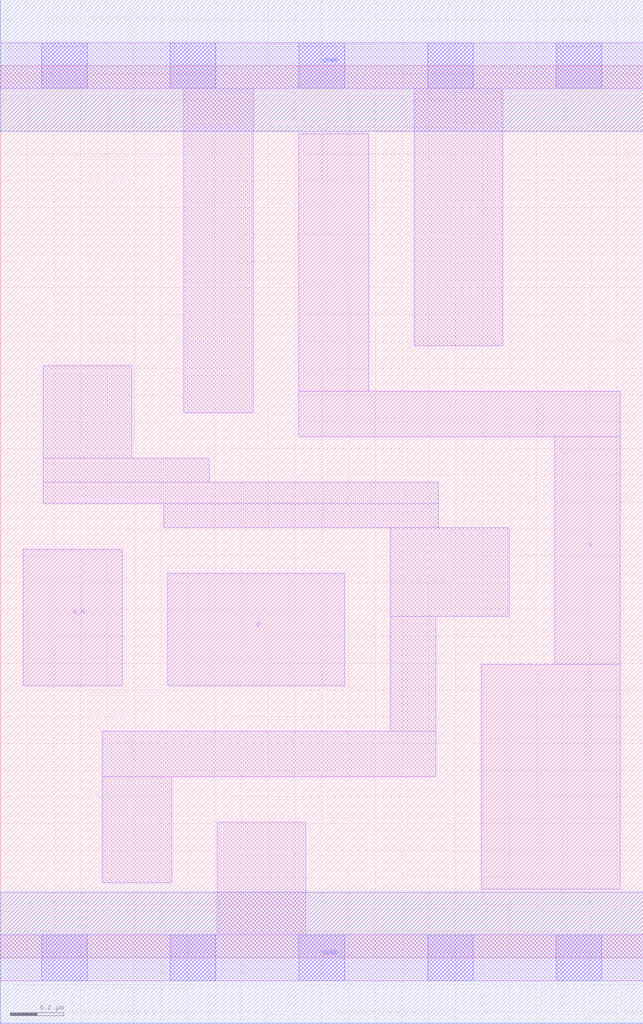
<source format=lef>
# Copyright 2020 The SkyWater PDK Authors
#
# Licensed under the Apache License, Version 2.0 (the "License");
# you may not use this file except in compliance with the License.
# You may obtain a copy of the License at
#
#     https://www.apache.org/licenses/LICENSE-2.0
#
# Unless required by applicable law or agreed to in writing, software
# distributed under the License is distributed on an "AS IS" BASIS,
# WITHOUT WARRANTIES OR CONDITIONS OF ANY KIND, either express or implied.
# See the License for the specific language governing permissions and
# limitations under the License.
#
# SPDX-License-Identifier: Apache-2.0

VERSION 5.7 ;
  NOWIREEXTENSIONATPIN ON ;
  DIVIDERCHAR "/" ;
  BUSBITCHARS "[]" ;
UNITS
  DATABASE MICRONS 200 ;
END UNITS
MACRO sky130_fd_sc_lp__nand2b_1
  CLASS CORE ;
  FOREIGN sky130_fd_sc_lp__nand2b_1 ;
  ORIGIN  0.000000  0.000000 ;
  SIZE  2.400000 BY  3.330000 ;
  SYMMETRY X Y R90 ;
  SITE unit ;
  PIN A_N
    ANTENNAGATEAREA  0.126000 ;
    DIRECTION INPUT ;
    USE SIGNAL ;
    PORT
      LAYER li1 ;
        RECT 0.085000 1.015000 0.455000 1.525000 ;
    END
  END A_N
  PIN B
    ANTENNAGATEAREA  0.315000 ;
    DIRECTION INPUT ;
    USE SIGNAL ;
    PORT
      LAYER li1 ;
        RECT 0.625000 1.015000 1.285000 1.435000 ;
    END
  END B
  PIN Y
    ANTENNADIFFAREA  0.638400 ;
    DIRECTION OUTPUT ;
    USE SIGNAL ;
    PORT
      LAYER li1 ;
        RECT 1.115000 1.945000 2.315000 2.115000 ;
        RECT 1.115000 2.115000 1.375000 3.075000 ;
        RECT 1.795000 0.255000 2.315000 1.095000 ;
        RECT 2.070000 1.095000 2.315000 1.945000 ;
    END
  END Y
  PIN VGND
    DIRECTION INOUT ;
    USE GROUND ;
    PORT
      LAYER met1 ;
        RECT 0.000000 -0.245000 2.400000 0.245000 ;
    END
  END VGND
  PIN VPWR
    DIRECTION INOUT ;
    USE POWER ;
    PORT
      LAYER met1 ;
        RECT 0.000000 3.085000 2.400000 3.575000 ;
    END
  END VPWR
  OBS
    LAYER li1 ;
      RECT 0.000000 -0.085000 2.400000 0.085000 ;
      RECT 0.000000  3.245000 2.400000 3.415000 ;
      RECT 0.160000  1.695000 1.635000 1.775000 ;
      RECT 0.160000  1.775000 0.780000 1.865000 ;
      RECT 0.160000  1.865000 0.490000 2.210000 ;
      RECT 0.380000  0.280000 0.640000 0.675000 ;
      RECT 0.380000  0.675000 1.625000 0.845000 ;
      RECT 0.610000  1.605000 1.635000 1.695000 ;
      RECT 0.685000  2.035000 0.945000 3.245000 ;
      RECT 0.810000  0.085000 1.140000 0.505000 ;
      RECT 1.455000  0.845000 1.625000 1.275000 ;
      RECT 1.455000  1.275000 1.900000 1.605000 ;
      RECT 1.545000  2.285000 1.875000 3.245000 ;
    LAYER mcon ;
      RECT 0.155000 -0.085000 0.325000 0.085000 ;
      RECT 0.155000  3.245000 0.325000 3.415000 ;
      RECT 0.635000 -0.085000 0.805000 0.085000 ;
      RECT 0.635000  3.245000 0.805000 3.415000 ;
      RECT 1.115000 -0.085000 1.285000 0.085000 ;
      RECT 1.115000  3.245000 1.285000 3.415000 ;
      RECT 1.595000 -0.085000 1.765000 0.085000 ;
      RECT 1.595000  3.245000 1.765000 3.415000 ;
      RECT 2.075000 -0.085000 2.245000 0.085000 ;
      RECT 2.075000  3.245000 2.245000 3.415000 ;
  END
END sky130_fd_sc_lp__nand2b_1
END LIBRARY

</source>
